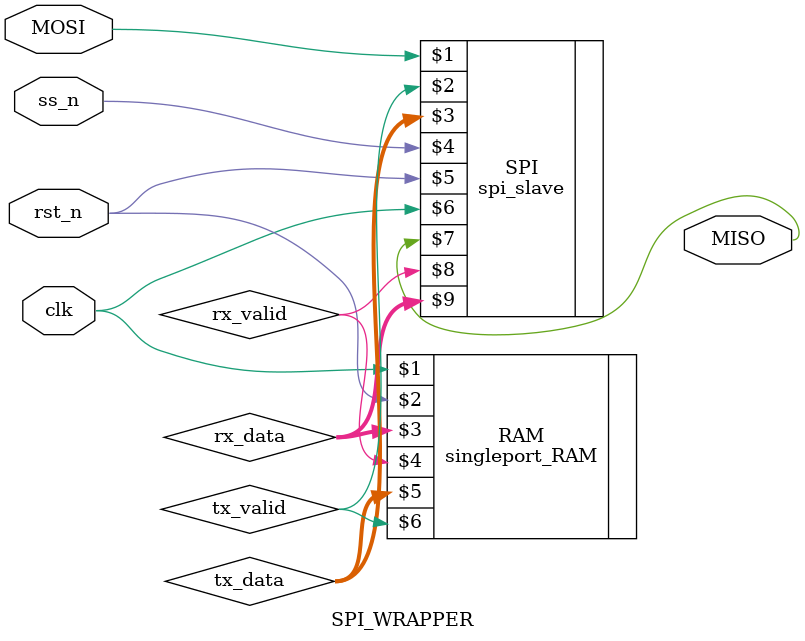
<source format=v>
module SPI_WRAPPER(
    input MOSI,
    input ss_n,
    input clk,
    input rst_n,
    output MISO
);

wire [9:0] rx_data;
wire [7:0] tx_data;
wire rx_valid, tx_valid;

spi_slave SPI (
    MOSI, tx_valid, tx_data, ss_n,rst_n,clk,MISO,rx_valid,rx_data
);

singleport_RAM RAM (
    clk,rst_n, rx_data,rx_valid, tx_data,tx_valid
);

endmodule
</source>
